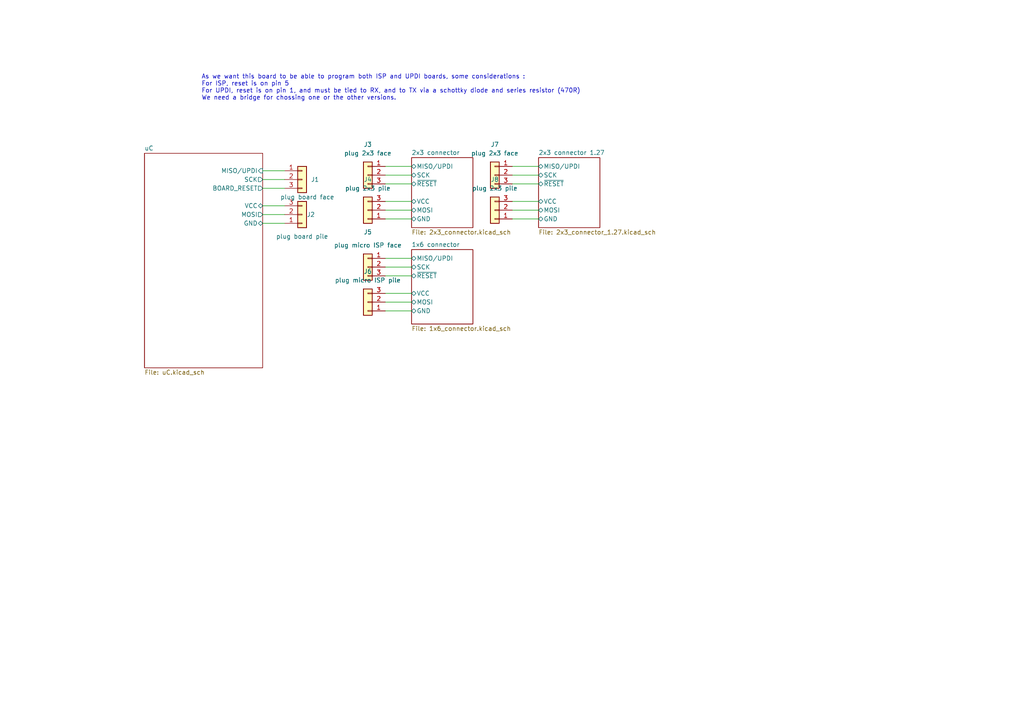
<source format=kicad_sch>
(kicad_sch (version 20211123) (generator eeschema)
  (paper "A4")
  (lib_symbols
    (symbol "Connector_Generic:Conn_01x03" (pin_names (offset 1.016) hide)
      (property "Reference" "J" (at 0 5.08 0))
      (property "Value" "Conn_01x03" (at 0 -5.08 0))
      (symbol "Conn_01x03_1_1"
        (rectangle (start -1.27 -2.413) (end 0 -2.667) (stroke (width 0.1524)))
        (rectangle (start -1.27 0.127) (end 0 -0.127) (stroke (width 0.1524)))
        (rectangle (start -1.27 2.667) (end 0 2.413) (stroke (width 0.1524)))
        (rectangle (start -1.27 3.81) (end 1.27 -3.81) (stroke (width 0.254)) (fill (type background)))
        (pin passive line (at -5.08 2.54 0) (length 3.81) (name "Pin_1") (number "1"))
        (pin passive line (at -5.08 0 0) (length 3.81) (name "Pin_2") (number "2"))
        (pin passive line (at -5.08 -2.54 0) (length 3.81) (name "Pin_3") (number "3"))
      )
    )
  )
  (wire (pts (xy 148.59 50.8) (xy 156.21 50.8)))
  (wire (pts (xy 111.76 85.09) (xy 119.38 85.09)))
  (wire (pts (xy 76.2 54.61) (xy 82.55 54.61)))
  (wire (pts (xy 111.76 53.34) (xy 119.38 53.34)))
  (wire (pts (xy 76.2 59.69) (xy 82.55 59.69)))
  (wire (pts (xy 111.76 87.63) (xy 119.38 87.63)))
  (wire (pts (xy 148.59 63.5) (xy 156.21 63.5)))
  (wire (pts (xy 111.76 90.17) (xy 119.38 90.17)))
  (wire (pts (xy 111.76 58.42) (xy 119.38 58.42)))
  (wire (pts (xy 111.76 80.01) (xy 119.38 80.01)))
  (wire (pts (xy 111.76 77.47) (xy 119.38 77.47)))
  (wire (pts (xy 76.2 62.23) (xy 82.55 62.23)))
  (wire (pts (xy 148.59 53.34) (xy 156.21 53.34)))
  (wire (pts (xy 111.76 60.96) (xy 119.38 60.96)))
  (wire (pts (xy 76.2 64.77) (xy 82.55 64.77)))
  (wire (pts (xy 76.2 52.07) (xy 82.55 52.07)))
  (wire (pts (xy 111.76 63.5) (xy 119.38 63.5)))
  (wire (pts (xy 111.76 50.8) (xy 119.38 50.8)))
  (wire (pts (xy 148.59 48.26) (xy 156.21 48.26)))
  (wire (pts (xy 111.76 74.93) (xy 119.38 74.93)))
  (wire (pts (xy 148.59 60.96) (xy 156.21 60.96)))
  (wire (pts (xy 148.59 58.42) (xy 156.21 58.42)))
  (wire (pts (xy 111.76 48.26) (xy 119.38 48.26)))
  (wire (pts (xy 76.2 49.53) (xy 82.55 49.53)))
  (text "As we want this board to be able to program both ISP and UPDI boards, some considerations :\nFor ISP, reset is on pin 5\nFor UPDI, reset is on pin 1, and must be tied to RX, and to TX via a schottky diode and series resistor (470R)\nWe need a bridge for chossing one or the other versions." (at 58.42 29.21 0) (effects (font (size 1.27 1.27)) (justify left bottom)))
  (symbol (lib_id "Connector_Generic:Conn_01x03") (at 143.51 60.96 180) (unit 1)
    (property "Reference" "J8" (at 143.51 52.07 0))
    (property "Value" "plug 2x3 pile" (at 143.51 54.61 0))
    (property "Footprint" "Connector_pad_2.54mm:Connector_pad_1x03_P2.54mm" (effects hide))
  )
  (symbol (lib_id "Connector_Generic:Conn_01x03") (at 87.63 52.07 0) (unit 1)
    (property "Reference" "J1" (at 90.17 52.07 0) (effects (justify left)))
    (property "Value" "plug board face" (at 81.28 57.15 0) (effects (justify left)))
    (property "Footprint" "Connector_pad_2.54mm:Connector_pad_1x03_P2.54mm" (effects hide))
  )
  (symbol (lib_id "Connector_Generic:Conn_01x03") (at 87.63 62.23 0) (mirror x) (unit 1)
    (property "Reference" "J2" (at 90.17 62.23 0))
    (property "Value" "plug board pile" (at 87.63 68.58 0))
    (property "Footprint" "Connector_pad_2.54mm:Connector_pad_1x03_P2.54mm" (effects hide))
  )
  (symbol (lib_id "Connector_Generic:Conn_01x03") (at 106.68 87.63 180) (unit 1)
    (property "Reference" "J6" (at 106.68 78.74 0))
    (property "Value" "plug micro ISP pile" (at 106.68 81.28 0))
    (property "Footprint" "Connector_pad_2.54mm:Connector_pad_1x03_P2.54mm" (effects hide))
  )
  (symbol (lib_id "Connector_Generic:Conn_01x03") (at 106.68 77.47 0) (mirror y) (unit 1)
    (property "Reference" "J5" (at 106.68 67.31 0))
    (property "Value" "plug micro ISP face" (at 106.68 71.12 0))
    (property "Footprint" "Connector_pad_2.54mm:Connector_pad_1x03_P2.54mm" (effects hide))
  )
  (symbol (lib_id "Connector_Generic:Conn_01x03") (at 143.51 50.8 0) (mirror y) (unit 1)
    (property "Reference" "J7" (at 143.51 41.91 0))
    (property "Value" "plug 2x3 face" (at 143.51 44.45 0))
    (property "Footprint" "Connector_pad_2.54mm:Connector_pad_1x03_P2.54mm" (effects hide))
  )
  (symbol (lib_id "Connector_Generic:Conn_01x03") (at 106.68 60.96 180) (unit 1)
    (property "Reference" "J4" (at 106.68 52.07 0))
    (property "Value" "plug 2x3 pile" (at 106.68 54.61 0))
    (property "Footprint" "Connector_pad_2.54mm:Connector_pad_1x03_P2.54mm" (effects hide))
  )
  (symbol (lib_id "Connector_Generic:Conn_01x03") (at 106.68 50.8 0) (mirror y) (unit 1)
    (property "Reference" "J3" (at 106.68 41.91 0))
    (property "Value" "plug 2x3 face" (at 106.68 44.45 0))
    (property "Footprint" "Connector_pad_2.54mm:Connector_pad_1x03_P2.54mm" (effects hide))
  )
  (sheet (at 119.38 72.39) (size 17.78 21.59) (stroke (width 0.1524))
    (property "Sheet name" "1x6 connector" (at 119.38 71.6784 0) (effects (justify left bottom)))
    (property "Sheet file" "1x6_connector.kicad_sch" (at 119.38 94.5646 0) (effects (justify left top)))
    (pin "MISO{slash}UPDI" bidirectional (at 119.38 74.93 180))
    (pin "SCK" bidirectional (at 119.38 77.47 180))
    (pin "MOSI" bidirectional (at 119.38 87.63 180))
    (pin "GND" bidirectional (at 119.38 90.17 180))
    (pin "VCC" bidirectional (at 119.38 85.09 180))
    (pin "~{RESET}" bidirectional (at 119.38 80.01 180))
  )
  (sheet (at 156.21 45.72) (size 17.78 20.32) (stroke (width 0.1524))
    (property "Sheet name" "2x3 connector 1.27" (at 156.21 45.0084 0) (effects (justify left bottom)))
    (property "Sheet file" "2x3_connector_1.27.kicad_sch" (at 156.21 66.6246 0) (effects (justify left top)))
    (pin "~{RESET}" bidirectional (at 156.21 53.34 180))
    (pin "GND" bidirectional (at 156.21 63.5 180))
    (pin "MOSI" bidirectional (at 156.21 60.96 180))
    (pin "MISO{slash}UPDI" bidirectional (at 156.21 48.26 180))
    (pin "SCK" bidirectional (at 156.21 50.8 180))
    (pin "VCC" bidirectional (at 156.21 58.42 180))
  )
  (sheet (at 41.91 44.45) (size 34.29 62.23) (stroke (width 0.1524))
    (property "Sheet name" "uC" (at 41.91 43.7384 0) (effects (justify left bottom)))
    (property "Sheet file" "uC.kicad_sch" (at 41.91 107.2646 0) (effects (justify left top)))
    (pin "GND" bidirectional (at 76.2 64.77 0))
    (pin "VCC" bidirectional (at 76.2 59.69 0))
    (pin "MISO{slash}UPDI" input (at 76.2 49.53 0))
    (pin "SCK" output (at 76.2 52.07 0))
    (pin "MOSI" output (at 76.2 62.23 0))
    (pin "BOARD_RESET" output (at 76.2 54.61 0))
  )
  (sheet (at 119.38 45.72) (size 17.78 20.32) (stroke (width 0.1524))
    (property "Sheet name" "2x3 connector" (at 119.38 45.0084 0) (effects (justify left bottom)))
    (property "Sheet file" "2x3_connector.kicad_sch" (at 119.38 66.6246 0) (effects (justify left top)))
    (pin "~{RESET}" bidirectional (at 119.38 53.34 180))
    (pin "GND" bidirectional (at 119.38 63.5 180))
    (pin "MOSI" bidirectional (at 119.38 60.96 180))
    (pin "MISO{slash}UPDI" bidirectional (at 119.38 48.26 180))
    (pin "SCK" bidirectional (at 119.38 50.8 180))
    (pin "VCC" bidirectional (at 119.38 58.42 180))
  )
)
</source>
